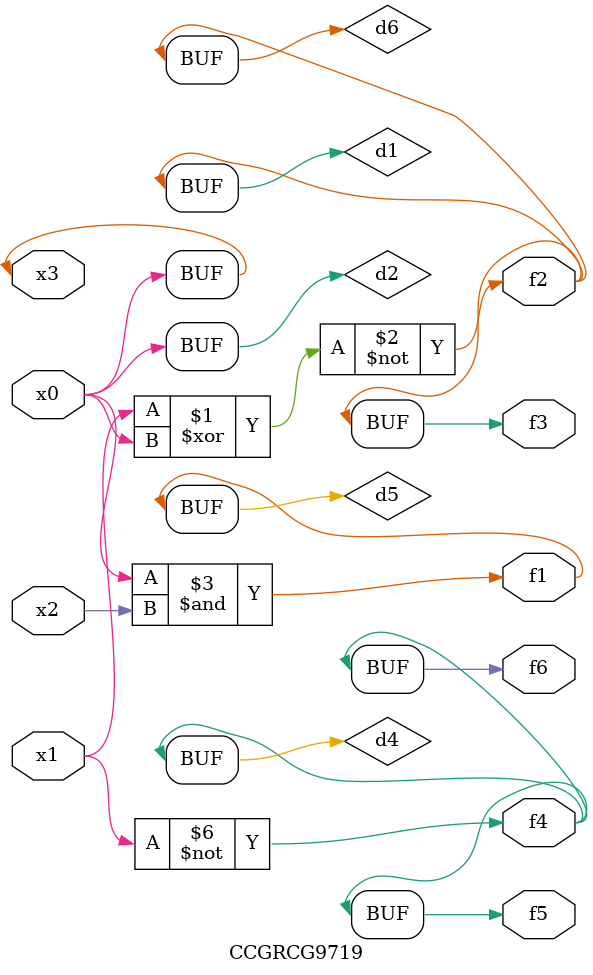
<source format=v>
module CCGRCG9719(
	input x0, x1, x2, x3,
	output f1, f2, f3, f4, f5, f6
);

	wire d1, d2, d3, d4, d5, d6;

	xnor (d1, x1, x3);
	buf (d2, x0, x3);
	nand (d3, x0, x2);
	not (d4, x1);
	nand (d5, d3);
	or (d6, d1);
	assign f1 = d5;
	assign f2 = d6;
	assign f3 = d6;
	assign f4 = d4;
	assign f5 = d4;
	assign f6 = d4;
endmodule

</source>
